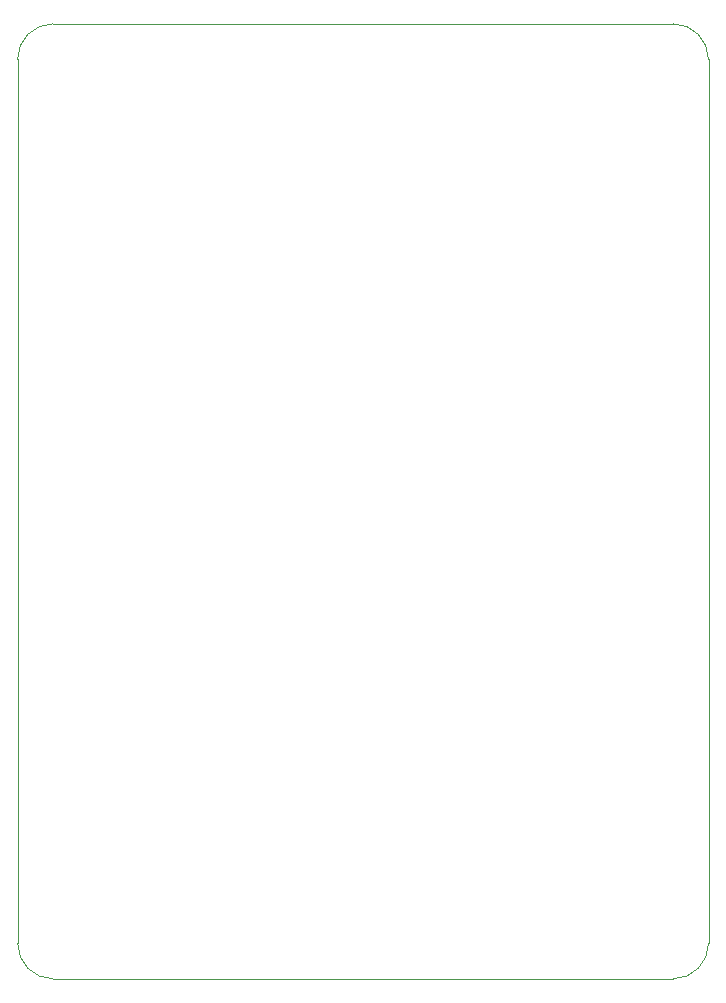
<source format=gbr>
%TF.GenerationSoftware,KiCad,Pcbnew,8.0.3*%
%TF.CreationDate,2024-08-13T15:55:55-04:00*%
%TF.ProjectId,MACROPAD,4d414352-4f50-4414-942e-6b696361645f,rev?*%
%TF.SameCoordinates,Original*%
%TF.FileFunction,Profile,NP*%
%FSLAX46Y46*%
G04 Gerber Fmt 4.6, Leading zero omitted, Abs format (unit mm)*
G04 Created by KiCad (PCBNEW 8.0.3) date 2024-08-13 15:55:55*
%MOMM*%
%LPD*%
G01*
G04 APERTURE LIST*
%TA.AperFunction,Profile*%
%ADD10C,0.050000*%
%TD*%
G04 APERTURE END LIST*
D10*
X112900000Y-50470000D02*
X112900000Y-125325000D01*
X168400000Y-47470000D02*
X115900000Y-47470000D01*
X171400000Y-125325000D02*
X171400000Y-50470000D01*
X115900000Y-128325000D02*
X168400000Y-128325000D01*
X115900000Y-128325000D02*
G75*
G02*
X112900000Y-125325000I1J3000001D01*
G01*
X171400000Y-125325000D02*
G75*
G02*
X168400000Y-128325000I-3000001J1D01*
G01*
X168400000Y-47470000D02*
G75*
G02*
X171400000Y-50470000I-1J-3000001D01*
G01*
X112900000Y-50470000D02*
G75*
G02*
X115900000Y-47470000I3000000J0D01*
G01*
M02*

</source>
